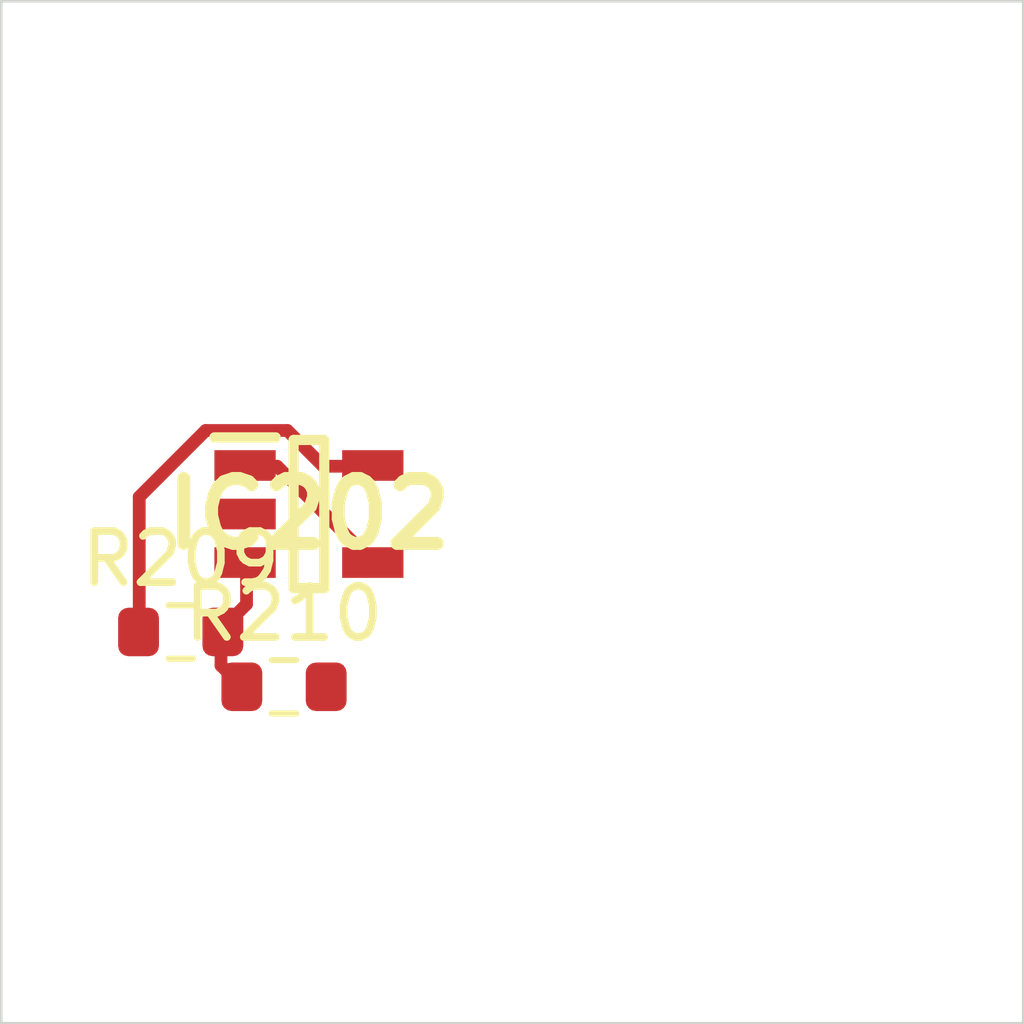
<source format=kicad_pcb>
 ( kicad_pcb  ( version 20171130 )
 ( host pcbnew 5.1.12-84ad8e8a86~92~ubuntu18.04.1 )
 ( general  ( thickness 1.6 )
 ( drawings 4 )
 ( tracks 0 )
 ( zones 0 )
 ( modules 3 )
 ( nets 5 )
)
 ( page A4 )
 ( layers  ( 0 F.Cu signal )
 ( 31 B.Cu signal )
 ( 32 B.Adhes user )
 ( 33 F.Adhes user )
 ( 34 B.Paste user )
 ( 35 F.Paste user )
 ( 36 B.SilkS user )
 ( 37 F.SilkS user )
 ( 38 B.Mask user )
 ( 39 F.Mask user )
 ( 40 Dwgs.User user )
 ( 41 Cmts.User user )
 ( 42 Eco1.User user )
 ( 43 Eco2.User user )
 ( 44 Edge.Cuts user )
 ( 45 Margin user )
 ( 46 B.CrtYd user )
 ( 47 F.CrtYd user )
 ( 48 B.Fab user )
 ( 49 F.Fab user )
)
 ( setup  ( last_trace_width 0.25 )
 ( trace_clearance 0.2 )
 ( zone_clearance 0.508 )
 ( zone_45_only no )
 ( trace_min 0.2 )
 ( via_size 0.8 )
 ( via_drill 0.4 )
 ( via_min_size 0.4 )
 ( via_min_drill 0.3 )
 ( uvia_size 0.3 )
 ( uvia_drill 0.1 )
 ( uvias_allowed no )
 ( uvia_min_size 0.2 )
 ( uvia_min_drill 0.1 )
 ( edge_width 0.05 )
 ( segment_width 0.2 )
 ( pcb_text_width 0.3 )
 ( pcb_text_size 1.5 1.5 )
 ( mod_edge_width 0.12 )
 ( mod_text_size 1 1 )
 ( mod_text_width 0.15 )
 ( pad_size 1.524 1.524 )
 ( pad_drill 0.762 )
 ( pad_to_mask_clearance 0 )
 ( aux_axis_origin 0 0 )
 ( visible_elements FFFFFF7F )
 ( pcbplotparams  ( layerselection 0x010fc_ffffffff )
 ( usegerberextensions false )
 ( usegerberattributes true )
 ( usegerberadvancedattributes true )
 ( creategerberjobfile true )
 ( excludeedgelayer true )
 ( linewidth 0.100000 )
 ( plotframeref false )
 ( viasonmask false )
 ( mode 1 )
 ( useauxorigin false )
 ( hpglpennumber 1 )
 ( hpglpenspeed 20 )
 ( hpglpendiameter 15.000000 )
 ( psnegative false )
 ( psa4output false )
 ( plotreference true )
 ( plotvalue true )
 ( plotinvisibletext false )
 ( padsonsilk false )
 ( subtractmaskfromsilk false )
 ( outputformat 1 )
 ( mirror false )
 ( drillshape 1 )
 ( scaleselection 1 )
 ( outputdirectory "" )
)
)
 ( net 0 "" )
 ( net 1 GND )
 ( net 2 VDDA )
 ( net 3 /Sheet6235D886/vp )
 ( net 4 "Net-(IC202-Pad3)" )
 ( net_class Default "This is the default net class."  ( clearance 0.2 )
 ( trace_width 0.25 )
 ( via_dia 0.8 )
 ( via_drill 0.4 )
 ( uvia_dia 0.3 )
 ( uvia_drill 0.1 )
 ( add_net /Sheet6235D886/vp )
 ( add_net GND )
 ( add_net "Net-(IC202-Pad3)" )
 ( add_net VDDA )
)
 ( module SOT95P280X145-5N locked  ( layer F.Cu )
 ( tedit 62336ED7 )
 ( tstamp 623423ED )
 ( at 86.020900 110.035000 )
 ( descr DBV0005A )
 ( tags "Integrated Circuit" )
 ( path /6235D887/6266C08E )
 ( attr smd )
 ( fp_text reference IC202  ( at 0 0 )
 ( layer F.SilkS )
 ( effects  ( font  ( size 1.27 1.27 )
 ( thickness 0.254 )
)
)
)
 ( fp_text value TL071HIDBVR  ( at 0 0 )
 ( layer F.SilkS )
hide  ( effects  ( font  ( size 1.27 1.27 )
 ( thickness 0.254 )
)
)
)
 ( fp_line  ( start -1.85 -1.5 )
 ( end -0.65 -1.5 )
 ( layer F.SilkS )
 ( width 0.2 )
)
 ( fp_line  ( start -0.3 1.45 )
 ( end -0.3 -1.45 )
 ( layer F.SilkS )
 ( width 0.2 )
)
 ( fp_line  ( start 0.3 1.45 )
 ( end -0.3 1.45 )
 ( layer F.SilkS )
 ( width 0.2 )
)
 ( fp_line  ( start 0.3 -1.45 )
 ( end 0.3 1.45 )
 ( layer F.SilkS )
 ( width 0.2 )
)
 ( fp_line  ( start -0.3 -1.45 )
 ( end 0.3 -1.45 )
 ( layer F.SilkS )
 ( width 0.2 )
)
 ( fp_line  ( start -0.8 -0.5 )
 ( end 0.15 -1.45 )
 ( layer Dwgs.User )
 ( width 0.1 )
)
 ( fp_line  ( start -0.8 1.45 )
 ( end -0.8 -1.45 )
 ( layer Dwgs.User )
 ( width 0.1 )
)
 ( fp_line  ( start 0.8 1.45 )
 ( end -0.8 1.45 )
 ( layer Dwgs.User )
 ( width 0.1 )
)
 ( fp_line  ( start 0.8 -1.45 )
 ( end 0.8 1.45 )
 ( layer Dwgs.User )
 ( width 0.1 )
)
 ( fp_line  ( start -0.8 -1.45 )
 ( end 0.8 -1.45 )
 ( layer Dwgs.User )
 ( width 0.1 )
)
 ( fp_line  ( start -2.1 1.775 )
 ( end -2.1 -1.775 )
 ( layer Dwgs.User )
 ( width 0.05 )
)
 ( fp_line  ( start 2.1 1.775 )
 ( end -2.1 1.775 )
 ( layer Dwgs.User )
 ( width 0.05 )
)
 ( fp_line  ( start 2.1 -1.775 )
 ( end 2.1 1.775 )
 ( layer Dwgs.User )
 ( width 0.05 )
)
 ( fp_line  ( start -2.1 -1.775 )
 ( end 2.1 -1.775 )
 ( layer Dwgs.User )
 ( width 0.05 )
)
 ( pad 1 smd rect  ( at -1.25 -0.95 90.000000 )
 ( size 0.6 1.2 )
 ( layers F.Cu F.Mask F.Paste )
 ( net 3 /Sheet6235D886/vp )
)
 ( pad 2 smd rect  ( at -1.25 0 90.000000 )
 ( size 0.6 1.2 )
 ( layers F.Cu F.Mask F.Paste )
 ( net 1 GND )
)
 ( pad 3 smd rect  ( at -1.25 0.95 90.000000 )
 ( size 0.6 1.2 )
 ( layers F.Cu F.Mask F.Paste )
 ( net 4 "Net-(IC202-Pad3)" )
)
 ( pad 4 smd rect  ( at 1.25 0.95 90.000000 )
 ( size 0.6 1.2 )
 ( layers F.Cu F.Mask F.Paste )
 ( net 3 /Sheet6235D886/vp )
)
 ( pad 5 smd rect  ( at 1.25 -0.95 90.000000 )
 ( size 0.6 1.2 )
 ( layers F.Cu F.Mask F.Paste )
 ( net 2 VDDA )
)
)
 ( module Resistor_SMD:R_0603_1608Metric  ( layer F.Cu )
 ( tedit 5F68FEEE )
 ( tstamp 62342595 )
 ( at 83.511700 112.343000 )
 ( descr "Resistor SMD 0603 (1608 Metric), square (rectangular) end terminal, IPC_7351 nominal, (Body size source: IPC-SM-782 page 72, https://www.pcb-3d.com/wordpress/wp-content/uploads/ipc-sm-782a_amendment_1_and_2.pdf), generated with kicad-footprint-generator" )
 ( tags resistor )
 ( path /6235D887/623CDBD9 )
 ( attr smd )
 ( fp_text reference R209  ( at 0 -1.43 )
 ( layer F.SilkS )
 ( effects  ( font  ( size 1 1 )
 ( thickness 0.15 )
)
)
)
 ( fp_text value 100k  ( at 0 1.43 )
 ( layer F.Fab )
 ( effects  ( font  ( size 1 1 )
 ( thickness 0.15 )
)
)
)
 ( fp_line  ( start -0.8 0.4125 )
 ( end -0.8 -0.4125 )
 ( layer F.Fab )
 ( width 0.1 )
)
 ( fp_line  ( start -0.8 -0.4125 )
 ( end 0.8 -0.4125 )
 ( layer F.Fab )
 ( width 0.1 )
)
 ( fp_line  ( start 0.8 -0.4125 )
 ( end 0.8 0.4125 )
 ( layer F.Fab )
 ( width 0.1 )
)
 ( fp_line  ( start 0.8 0.4125 )
 ( end -0.8 0.4125 )
 ( layer F.Fab )
 ( width 0.1 )
)
 ( fp_line  ( start -0.237258 -0.5225 )
 ( end 0.237258 -0.5225 )
 ( layer F.SilkS )
 ( width 0.12 )
)
 ( fp_line  ( start -0.237258 0.5225 )
 ( end 0.237258 0.5225 )
 ( layer F.SilkS )
 ( width 0.12 )
)
 ( fp_line  ( start -1.48 0.73 )
 ( end -1.48 -0.73 )
 ( layer F.CrtYd )
 ( width 0.05 )
)
 ( fp_line  ( start -1.48 -0.73 )
 ( end 1.48 -0.73 )
 ( layer F.CrtYd )
 ( width 0.05 )
)
 ( fp_line  ( start 1.48 -0.73 )
 ( end 1.48 0.73 )
 ( layer F.CrtYd )
 ( width 0.05 )
)
 ( fp_line  ( start 1.48 0.73 )
 ( end -1.48 0.73 )
 ( layer F.CrtYd )
 ( width 0.05 )
)
 ( fp_text user %R  ( at 0 0 )
 ( layer F.Fab )
 ( effects  ( font  ( size 0.4 0.4 )
 ( thickness 0.06 )
)
)
)
 ( pad 1 smd roundrect  ( at -0.825 0 )
 ( size 0.8 0.95 )
 ( layers F.Cu F.Mask F.Paste )
 ( roundrect_rratio 0.25 )
 ( net 2 VDDA )
)
 ( pad 2 smd roundrect  ( at 0.825 0 )
 ( size 0.8 0.95 )
 ( layers F.Cu F.Mask F.Paste )
 ( roundrect_rratio 0.25 )
 ( net 4 "Net-(IC202-Pad3)" )
)
 ( model ${KISYS3DMOD}/Resistor_SMD.3dshapes/R_0603_1608Metric.wrl  ( at  ( xyz 0 0 0 )
)
 ( scale  ( xyz 1 1 1 )
)
 ( rotate  ( xyz 0 0 0 )
)
)
)
 ( module Resistor_SMD:R_0603_1608Metric  ( layer F.Cu )
 ( tedit 5F68FEEE )
 ( tstamp 623425A6 )
 ( at 85.533600 113.416000 )
 ( descr "Resistor SMD 0603 (1608 Metric), square (rectangular) end terminal, IPC_7351 nominal, (Body size source: IPC-SM-782 page 72, https://www.pcb-3d.com/wordpress/wp-content/uploads/ipc-sm-782a_amendment_1_and_2.pdf), generated with kicad-footprint-generator" )
 ( tags resistor )
 ( path /6235D887/623CDBDF )
 ( attr smd )
 ( fp_text reference R210  ( at 0 -1.43 )
 ( layer F.SilkS )
 ( effects  ( font  ( size 1 1 )
 ( thickness 0.15 )
)
)
)
 ( fp_text value 100k  ( at 0 1.43 )
 ( layer F.Fab )
 ( effects  ( font  ( size 1 1 )
 ( thickness 0.15 )
)
)
)
 ( fp_line  ( start 1.48 0.73 )
 ( end -1.48 0.73 )
 ( layer F.CrtYd )
 ( width 0.05 )
)
 ( fp_line  ( start 1.48 -0.73 )
 ( end 1.48 0.73 )
 ( layer F.CrtYd )
 ( width 0.05 )
)
 ( fp_line  ( start -1.48 -0.73 )
 ( end 1.48 -0.73 )
 ( layer F.CrtYd )
 ( width 0.05 )
)
 ( fp_line  ( start -1.48 0.73 )
 ( end -1.48 -0.73 )
 ( layer F.CrtYd )
 ( width 0.05 )
)
 ( fp_line  ( start -0.237258 0.5225 )
 ( end 0.237258 0.5225 )
 ( layer F.SilkS )
 ( width 0.12 )
)
 ( fp_line  ( start -0.237258 -0.5225 )
 ( end 0.237258 -0.5225 )
 ( layer F.SilkS )
 ( width 0.12 )
)
 ( fp_line  ( start 0.8 0.4125 )
 ( end -0.8 0.4125 )
 ( layer F.Fab )
 ( width 0.1 )
)
 ( fp_line  ( start 0.8 -0.4125 )
 ( end 0.8 0.4125 )
 ( layer F.Fab )
 ( width 0.1 )
)
 ( fp_line  ( start -0.8 -0.4125 )
 ( end 0.8 -0.4125 )
 ( layer F.Fab )
 ( width 0.1 )
)
 ( fp_line  ( start -0.8 0.4125 )
 ( end -0.8 -0.4125 )
 ( layer F.Fab )
 ( width 0.1 )
)
 ( fp_text user %R  ( at 0 0 )
 ( layer F.Fab )
 ( effects  ( font  ( size 0.4 0.4 )
 ( thickness 0.06 )
)
)
)
 ( pad 2 smd roundrect  ( at 0.825 0 )
 ( size 0.8 0.95 )
 ( layers F.Cu F.Mask F.Paste )
 ( roundrect_rratio 0.25 )
 ( net 1 GND )
)
 ( pad 1 smd roundrect  ( at -0.825 0 )
 ( size 0.8 0.95 )
 ( layers F.Cu F.Mask F.Paste )
 ( roundrect_rratio 0.25 )
 ( net 4 "Net-(IC202-Pad3)" )
)
 ( model ${KISYS3DMOD}/Resistor_SMD.3dshapes/R_0603_1608Metric.wrl  ( at  ( xyz 0 0 0 )
)
 ( scale  ( xyz 1 1 1 )
)
 ( rotate  ( xyz 0 0 0 )
)
)
)
 ( gr_line  ( start 100 100 )
 ( end 100 120 )
 ( layer Edge.Cuts )
 ( width 0.05 )
 ( tstamp 62E770C4 )
)
 ( gr_line  ( start 80 120 )
 ( end 100 120 )
 ( layer Edge.Cuts )
 ( width 0.05 )
 ( tstamp 62E770C0 )
)
 ( gr_line  ( start 80 100 )
 ( end 100 100 )
 ( layer Edge.Cuts )
 ( width 0.05 )
 ( tstamp 6234110C )
)
 ( gr_line  ( start 80 100 )
 ( end 80 120 )
 ( layer Edge.Cuts )
 ( width 0.05 )
)
 ( segment  ( start 82.700001 112.300002 )
 ( end 82.700001 109.700002 )
 ( width 0.250000 )
 ( layer F.Cu )
 ( net 2 )
)
 ( segment  ( start 82.700001 109.700002 )
 ( end 84.000001 108.400002 )
 ( width 0.250000 )
 ( layer F.Cu )
 ( net 2 )
)
 ( segment  ( start 84.000001 108.400002 )
 ( end 85.600001 108.400002 )
 ( width 0.250000 )
 ( layer F.Cu )
 ( net 2 )
)
 ( segment  ( start 85.600001 108.400002 )
 ( end 86.300001 109.100002 )
 ( width 0.250000 )
 ( layer F.Cu )
 ( net 2 )
)
 ( segment  ( start 86.300001 109.100002 )
 ( end 87.300001 109.100002 )
 ( width 0.250000 )
 ( layer F.Cu )
 ( net 2 )
)
 ( segment  ( start 87.300001 111.000002 )
 ( end 85.400001 109.100002 )
 ( width 0.250000 )
 ( layer F.Cu )
 ( net 3 )
)
 ( segment  ( start 85.400001 109.100002 )
 ( end 84.800001 109.100002 )
 ( width 0.250000 )
 ( layer F.Cu )
 ( net 3 )
)
 ( segment  ( start 84.300001 112.300002 )
 ( end 84.800001 111.800002 )
 ( width 0.250000 )
 ( layer F.Cu )
 ( net 4 )
)
 ( segment  ( start 84.800001 111.800002 )
 ( end 84.800001 111.000002 )
 ( width 0.250000 )
 ( layer F.Cu )
 ( net 4 )
)
 ( segment  ( start 84.700001 113.400002 )
 ( end 84.300001 113.000002 )
 ( width 0.250000 )
 ( layer F.Cu )
 ( net 4 )
)
 ( segment  ( start 84.300001 113.000002 )
 ( end 84.300001 112.300002 )
 ( width 0.250000 )
 ( layer F.Cu )
 ( net 4 )
)
)

</source>
